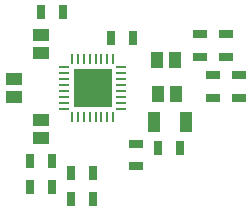
<source format=gbp>
G04*
G04 #@! TF.GenerationSoftware,Altium Limited,Altium Designer,19.0.15 (446)*
G04*
G04 Layer_Color=128*
%FSLAX25Y25*%
%MOIN*%
G70*
G01*
G75*
%ADD16R,0.02756X0.05118*%
%ADD17R,0.05118X0.02756*%
%ADD18R,0.04331X0.05512*%
%ADD21R,0.05512X0.04331*%
%ADD47R,0.03386X0.01024*%
%ADD48R,0.01024X0.03386*%
%ADD49R,0.12992X0.12992*%
%ADD50R,0.04331X0.06693*%
D16*
X170160Y155900D02*
D03*
X177640D02*
D03*
X148640Y147600D02*
D03*
X141160D02*
D03*
X141160Y138900D02*
D03*
X148640D02*
D03*
X127560Y143000D02*
D03*
X135040D02*
D03*
X154500Y192800D02*
D03*
X161980D02*
D03*
X127560Y151800D02*
D03*
X135040D02*
D03*
X131224Y201200D02*
D03*
X138704D02*
D03*
D17*
X162880Y157340D02*
D03*
Y149860D02*
D03*
X188600Y180240D02*
D03*
Y172760D02*
D03*
X197300Y180240D02*
D03*
Y172760D02*
D03*
X184300Y186460D02*
D03*
Y193940D02*
D03*
X192900Y193940D02*
D03*
Y186460D02*
D03*
D18*
X175953Y185200D02*
D03*
X170047D02*
D03*
X176206Y174100D02*
D03*
X170300D02*
D03*
D21*
X122400Y178953D02*
D03*
Y173047D02*
D03*
X131400Y165353D02*
D03*
Y159447D02*
D03*
X131400Y193600D02*
D03*
Y187695D02*
D03*
D47*
X158087Y182890D02*
D03*
Y180921D02*
D03*
Y178953D02*
D03*
Y176984D02*
D03*
Y175016D02*
D03*
Y173047D02*
D03*
Y171079D02*
D03*
Y169110D02*
D03*
X138913D02*
D03*
Y171079D02*
D03*
Y173047D02*
D03*
Y175016D02*
D03*
Y176984D02*
D03*
Y178953D02*
D03*
Y180921D02*
D03*
Y182890D02*
D03*
D48*
X155390Y166413D02*
D03*
X153421D02*
D03*
X151453D02*
D03*
X149484D02*
D03*
X147516D02*
D03*
X145547D02*
D03*
X143579D02*
D03*
X141610D02*
D03*
Y185587D02*
D03*
X143579D02*
D03*
X145547D02*
D03*
X147516D02*
D03*
X149484D02*
D03*
X151453D02*
D03*
X153421D02*
D03*
X155390D02*
D03*
D49*
X148500Y176000D02*
D03*
D50*
X179715Y164700D02*
D03*
X169085D02*
D03*
M02*

</source>
